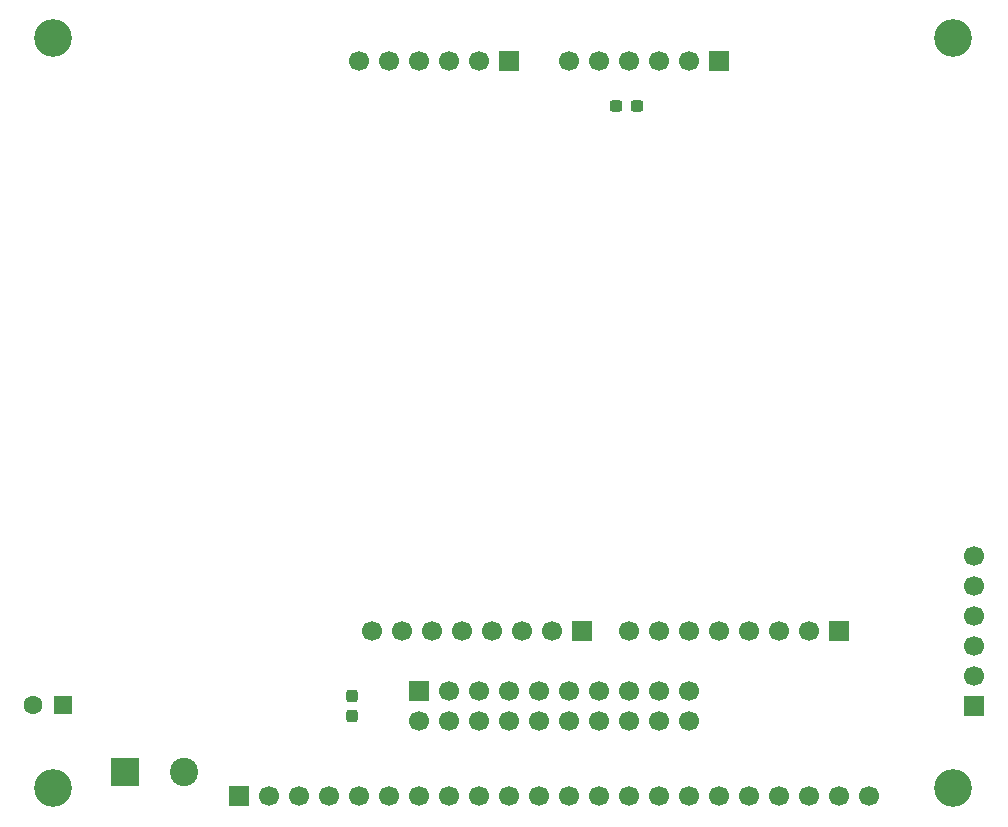
<source format=gbr>
%TF.GenerationSoftware,KiCad,Pcbnew,9.0.5*%
%TF.CreationDate,2025-11-02T14:40:10-08:00*%
%TF.ProjectId,SD-DADPT,53442d44-4144-4505-942e-6b696361645f,PR-1.0*%
%TF.SameCoordinates,Original*%
%TF.FileFunction,Soldermask,Top*%
%TF.FilePolarity,Negative*%
%FSLAX46Y46*%
G04 Gerber Fmt 4.6, Leading zero omitted, Abs format (unit mm)*
G04 Created by KiCad (PCBNEW 9.0.5) date 2025-11-02 14:40:10*
%MOMM*%
%LPD*%
G01*
G04 APERTURE LIST*
G04 Aperture macros list*
%AMRoundRect*
0 Rectangle with rounded corners*
0 $1 Rounding radius*
0 $2 $3 $4 $5 $6 $7 $8 $9 X,Y pos of 4 corners*
0 Add a 4 corners polygon primitive as box body*
4,1,4,$2,$3,$4,$5,$6,$7,$8,$9,$2,$3,0*
0 Add four circle primitives for the rounded corners*
1,1,$1+$1,$2,$3*
1,1,$1+$1,$4,$5*
1,1,$1+$1,$6,$7*
1,1,$1+$1,$8,$9*
0 Add four rect primitives between the rounded corners*
20,1,$1+$1,$2,$3,$4,$5,0*
20,1,$1+$1,$4,$5,$6,$7,0*
20,1,$1+$1,$6,$7,$8,$9,0*
20,1,$1+$1,$8,$9,$2,$3,0*%
G04 Aperture macros list end*
%ADD10R,2.400000X2.400000*%
%ADD11C,2.400000*%
%ADD12C,3.200000*%
%ADD13R,1.700000X1.700000*%
%ADD14C,1.700000*%
%ADD15RoundRect,0.250000X0.550000X0.550000X-0.550000X0.550000X-0.550000X-0.550000X0.550000X-0.550000X0*%
%ADD16C,1.600000*%
%ADD17RoundRect,0.237500X-0.300000X-0.237500X0.300000X-0.237500X0.300000X0.237500X-0.300000X0.237500X0*%
%ADD18RoundRect,0.237500X0.237500X-0.300000X0.237500X0.300000X-0.237500X0.300000X-0.237500X-0.300000X0*%
G04 APERTURE END LIST*
D10*
%TO.C,J8*%
X79211800Y-137672800D03*
D11*
X84211800Y-137672800D03*
%TD*%
D12*
%TO.C,H4*%
X149352000Y-139065000D03*
%TD*%
%TO.C,H1*%
X73152000Y-139065000D03*
%TD*%
D13*
%TO.C,J3*%
X111760000Y-77470000D03*
D14*
X109220000Y-77470000D03*
X106680001Y-77470000D03*
X104140000Y-77470000D03*
X101600000Y-77470000D03*
X99060000Y-77470000D03*
%TD*%
D13*
%TO.C,J4*%
X129540000Y-77470000D03*
D14*
X127000000Y-77470000D03*
X124460001Y-77470000D03*
X121920000Y-77470000D03*
X119380000Y-77470000D03*
X116840000Y-77470000D03*
%TD*%
D12*
%TO.C,H2*%
X73152000Y-75565000D03*
%TD*%
%TO.C,H3*%
X149352000Y-75565000D03*
%TD*%
D15*
%TO.C,C3*%
X73978780Y-132029200D03*
D16*
X71478780Y-132029200D03*
%TD*%
D13*
%TO.C,J1*%
X139700000Y-125730000D03*
D14*
X137160000Y-125730000D03*
X134620001Y-125730000D03*
X132080000Y-125730000D03*
X129540000Y-125730000D03*
X127000000Y-125730000D03*
X124460000Y-125730000D03*
X121919999Y-125730000D03*
%TD*%
D17*
%TO.C,C2*%
X120830000Y-81280000D03*
X122555000Y-81280000D03*
%TD*%
D13*
%TO.C,J5*%
X88900000Y-139700000D03*
D14*
X91440000Y-139700000D03*
X93979999Y-139700000D03*
X96520000Y-139700000D03*
X99060000Y-139700000D03*
X101600000Y-139700000D03*
X104140000Y-139700000D03*
X106680001Y-139700000D03*
X109220000Y-139700000D03*
X111760000Y-139700000D03*
X114300000Y-139700000D03*
X116839999Y-139700000D03*
X119380000Y-139700000D03*
X121920000Y-139700000D03*
X124460000Y-139700000D03*
X126999999Y-139700000D03*
X129540001Y-139700000D03*
X132080000Y-139700000D03*
X134620000Y-139700000D03*
X137160000Y-139700000D03*
X139699999Y-139700000D03*
X142240000Y-139700000D03*
%TD*%
D18*
%TO.C,C1*%
X98425000Y-132942501D03*
X98425000Y-131217499D03*
%TD*%
D13*
%TO.C,J2*%
X117906800Y-125730000D03*
D14*
X115366800Y-125730000D03*
X112826801Y-125730000D03*
X110286800Y-125730000D03*
X107746800Y-125730000D03*
X105206800Y-125730000D03*
X102666800Y-125730000D03*
X100126799Y-125730000D03*
%TD*%
D13*
%TO.C,J7*%
X151130000Y-132080000D03*
D14*
X151130000Y-129540000D03*
X151130000Y-127000001D03*
X151130000Y-124460000D03*
X151130000Y-121920000D03*
X151130000Y-119380000D03*
%TD*%
D13*
%TO.C,J6*%
X104140000Y-130810000D03*
D14*
X104140000Y-133350000D03*
X106680000Y-130810000D03*
X106680000Y-133350000D03*
X109219999Y-130810000D03*
X109220000Y-133350000D03*
X111760000Y-130810000D03*
X111760000Y-133350000D03*
X114300000Y-130810000D03*
X114300000Y-133350000D03*
X116840000Y-130810000D03*
X116840000Y-133350000D03*
X119380000Y-130810000D03*
X119380000Y-133350000D03*
X121920001Y-130810000D03*
X121920000Y-133350000D03*
X124460000Y-130810000D03*
X124460000Y-133350000D03*
X127000000Y-130810000D03*
X127000000Y-133350000D03*
%TD*%
M02*

</source>
